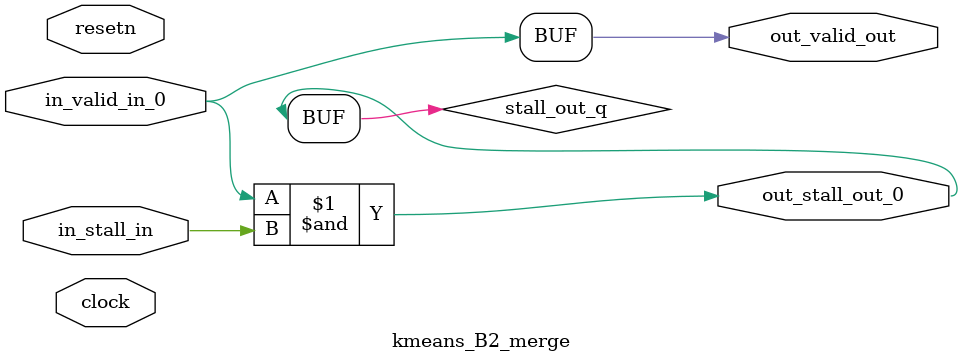
<source format=sv>



(* altera_attribute = "-name AUTO_SHIFT_REGISTER_RECOGNITION OFF; -name MESSAGE_DISABLE 10036; -name MESSAGE_DISABLE 10037; -name MESSAGE_DISABLE 14130; -name MESSAGE_DISABLE 14320; -name MESSAGE_DISABLE 15400; -name MESSAGE_DISABLE 14130; -name MESSAGE_DISABLE 10036; -name MESSAGE_DISABLE 12020; -name MESSAGE_DISABLE 12030; -name MESSAGE_DISABLE 12010; -name MESSAGE_DISABLE 12110; -name MESSAGE_DISABLE 14320; -name MESSAGE_DISABLE 13410; -name MESSAGE_DISABLE 113007; -name MESSAGE_DISABLE 10958" *)
module kmeans_B2_merge (
    input wire [0:0] in_stall_in,
    input wire [0:0] in_valid_in_0,
    output wire [0:0] out_stall_out_0,
    output wire [0:0] out_valid_out,
    input wire clock,
    input wire resetn
    );

    wire [0:0] stall_out_q;


    // stall_out(LOGICAL,6)
    assign stall_out_q = in_valid_in_0 & in_stall_in;

    // out_stall_out_0(GPOUT,4)
    assign out_stall_out_0 = stall_out_q;

    // out_valid_out(GPOUT,5)
    assign out_valid_out = in_valid_in_0;

endmodule

</source>
